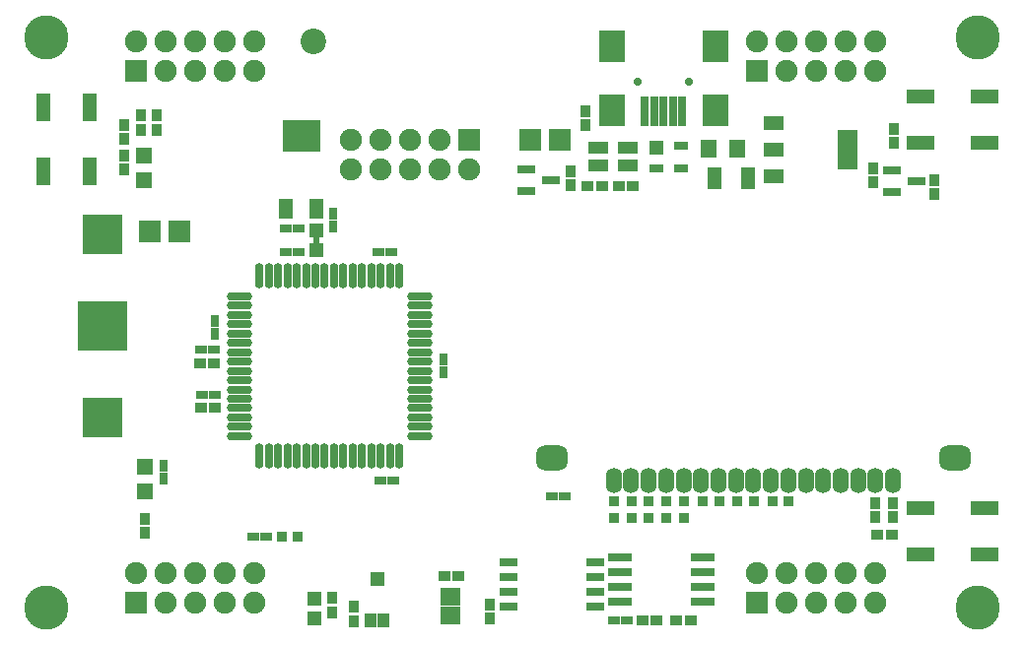
<source format=gts>
%FSLAX43Y43*%
%MOMM*%
G71*
G01*
G75*
G04 Layer_Color=8388736*
%ADD10R,0.762X0.762*%
%ADD11R,0.762X0.762*%
%ADD12R,1.200X1.200*%
%ADD13O,0.550X2.000*%
%ADD14O,2.000X0.550*%
%ADD15R,0.950X1.000*%
%ADD16R,3.200X3.200*%
%ADD17R,4.000X4.000*%
%ADD18R,1.500X0.800*%
%ADD19R,0.650X0.800*%
%ADD20R,0.600X0.900*%
%ADD21R,1.000X1.000*%
%ADD22R,0.800X1.000*%
%ADD23R,0.900X0.600*%
%ADD24R,0.700X0.700*%
%ADD25R,0.800X0.650*%
%ADD26R,1.300X0.600*%
%ADD27R,1.500X0.990*%
%ADD28R,1.500X3.280*%
%ADD29R,0.500X2.300*%
%ADD30R,2.000X2.500*%
%ADD31R,1.100X0.600*%
%ADD32R,1.100X1.000*%
%ADD33R,0.950X1.750*%
%ADD34R,1.000X1.600*%
%ADD35R,3.000X2.500*%
%ADD36R,1.950X0.600*%
%ADD37R,1.500X1.350*%
%ADD38R,1.150X1.350*%
%ADD39R,1.000X2.250*%
%ADD40R,1.300X0.450*%
%ADD41R,2.250X1.000*%
%ADD42C,0.175*%
%ADD43C,0.350*%
%ADD44C,0.400*%
%ADD45C,0.300*%
%ADD46C,0.229*%
%ADD47C,0.200*%
%ADD48R,0.300X0.900*%
%ADD49C,1.700*%
%ADD50R,1.700X1.700*%
%ADD51C,0.500*%
%ADD52C,3.600*%
%ADD53C,2.000*%
%ADD54O,1.200X2.000*%
G04:AMPARAMS|DCode=55|XSize=2.5mm|YSize=2mm|CornerRadius=0.7mm|HoleSize=0mm|Usage=FLASHONLY|Rotation=0.000|XOffset=0mm|YOffset=0mm|HoleType=Round|Shape=RoundedRectangle|*
%AMROUNDEDRECTD55*
21,1,2.500,0.600,0,0,0.0*
21,1,1.100,2.000,0,0,0.0*
1,1,1.400,0.550,-0.300*
1,1,1.400,-0.550,-0.300*
1,1,1.400,-0.550,0.300*
1,1,1.400,0.550,0.300*
%
%ADD55ROUNDEDRECTD55*%
%ADD56C,0.550*%
%ADD57C,0.500*%
%ADD58C,0.100*%
G04:AMPARAMS|DCode=59|XSize=2.524mm|YSize=2.524mm|CornerRadius=0mm|HoleSize=0mm|Usage=FLASHONLY|Rotation=0.000|XOffset=0mm|YOffset=0mm|HoleType=Round|Shape=Relief|Width=0.254mm|Gap=0.254mm|Entries=4|*
%AMTHD59*
7,0,0,2.524,2.016,0.254,45*
%
%ADD59THD59*%
%ADD60C,1.600*%
%ADD61C,1.500*%
G04:AMPARAMS|DCode=62|XSize=4.624mm|YSize=4.624mm|CornerRadius=0mm|HoleSize=0mm|Usage=FLASHONLY|Rotation=0.000|XOffset=0mm|YOffset=0mm|HoleType=Round|Shape=Relief|Width=0.254mm|Gap=0.254mm|Entries=4|*
%AMTHD62*
7,0,0,4.624,4.116,0.254,45*
%
%ADD62THD62*%
%ADD63C,2.600*%
%ADD64C,1.400*%
G04:AMPARAMS|DCode=65|XSize=2.424mm|YSize=2.424mm|CornerRadius=0mm|HoleSize=0mm|Usage=FLASHONLY|Rotation=0.000|XOffset=0mm|YOffset=0mm|HoleType=Round|Shape=Relief|Width=0.254mm|Gap=0.254mm|Entries=4|*
%AMTHD65*
7,0,0,2.424,1.916,0.254,45*
%
%ADD65THD65*%
%ADD66O,2.600X1.600*%
%ADD67C,0.850*%
%ADD68C,3.700*%
%AMTHOVALD69*
21,1,1.000,2.524,0,0,0.0*
1,1,2.524,-0.500,0.000*
1,1,2.524,0.500,0.000*
21,0,1.000,2.016,0,0,0.0*
1,0,2.016,-0.500,0.000*
1,0,2.016,0.500,0.000*
4,0,4,-0.410,-0.090,-1.303,-0.982,-1.482,-0.803,-0.590,0.090,-0.410,-0.090,0.0*
4,0,4,0.590,-0.090,1.482,0.803,1.303,0.982,0.410,0.090,0.590,-0.090,0.0*
4,0,4,-0.590,-0.090,-1.482,0.803,-1.303,0.982,-0.410,0.090,-0.590,-0.090,0.0*
4,0,4,0.410,-0.090,1.303,-0.982,1.482,-0.803,0.590,0.090,0.410,-0.090,0.0*
%
%ADD69THOVALD69*%

%ADD70R,1.000X0.950*%
%ADD71C,1.270*%
%ADD72R,0.900X0.300*%
%ADD73C,0.800*%
%ADD74C,0.254*%
%ADD75C,0.250*%
%ADD76C,0.150*%
%ADD77C,0.640*%
%ADD78C,0.125*%
%ADD79R,1.750X1.750*%
%ADD80R,1.700X1.700*%
%ADD81R,3.000X3.000*%
%ADD82R,0.510X0.500*%
%ADD83R,0.962X0.962*%
%ADD84R,0.962X0.962*%
%ADD85R,1.400X1.400*%
%ADD86O,0.750X2.200*%
%ADD87O,2.200X0.750*%
%ADD88R,1.150X1.200*%
%ADD89R,3.400X3.400*%
%ADD90R,4.200X4.200*%
%ADD91R,1.700X1.000*%
%ADD92R,0.850X1.000*%
%ADD93R,0.800X1.100*%
%ADD94R,1.200X1.200*%
%ADD95R,1.000X1.200*%
%ADD96R,1.100X0.800*%
%ADD97R,0.900X0.900*%
%ADD98R,1.000X0.850*%
%ADD99R,1.500X0.800*%
%ADD100R,1.700X1.190*%
%ADD101R,1.700X3.480*%
%ADD102R,0.700X2.500*%
%ADD103R,2.200X2.700*%
%ADD104R,1.300X0.800*%
%ADD105R,1.300X1.200*%
%ADD106R,1.150X1.950*%
%ADD107R,1.200X1.800*%
%ADD108R,3.200X2.700*%
%ADD109R,2.150X0.800*%
%ADD110R,1.700X1.550*%
%ADD111R,1.350X1.550*%
%ADD112R,1.200X2.450*%
%ADD113R,1.500X0.650*%
%ADD114R,2.450X1.200*%
%ADD115C,1.900*%
%ADD116R,1.900X1.900*%
%ADD117C,0.700*%
%ADD118C,3.800*%
%ADD119C,2.200*%
%ADD120O,1.400X2.200*%
G04:AMPARAMS|DCode=121|XSize=2.7mm|YSize=2.2mm|CornerRadius=0.8mm|HoleSize=0mm|Usage=FLASHONLY|Rotation=0.000|XOffset=0mm|YOffset=0mm|HoleType=Round|Shape=RoundedRectangle|*
%AMROUNDEDRECTD121*
21,1,2.700,0.600,0,0,0.0*
21,1,1.100,2.200,0,0,0.0*
1,1,1.600,0.550,-0.300*
1,1,1.600,-0.550,-0.300*
1,1,1.600,-0.550,0.300*
1,1,1.600,0.550,0.300*
%
%ADD121ROUNDEDRECTD121*%
D82*
X25705Y34100D02*
D03*
D83*
X64875Y11600D02*
D03*
X66272D02*
D03*
X60272D02*
D03*
X58875D02*
D03*
X61875D02*
D03*
X63272D02*
D03*
D84*
X57250Y10203D02*
D03*
Y11600D02*
D03*
X55750D02*
D03*
Y10203D02*
D03*
X54250D02*
D03*
Y11600D02*
D03*
X52750D02*
D03*
Y10203D02*
D03*
X51250Y10206D02*
D03*
Y11603D02*
D03*
D85*
X10930Y14600D02*
D03*
Y12500D02*
D03*
X10900Y41350D02*
D03*
Y39250D02*
D03*
D86*
X20800Y15500D02*
D03*
X21600D02*
D03*
X22400D02*
D03*
X23200D02*
D03*
X24000D02*
D03*
X24800D02*
D03*
X25600D02*
D03*
X26400D02*
D03*
X27200D02*
D03*
X28000D02*
D03*
X28800D02*
D03*
X29600D02*
D03*
X30400D02*
D03*
X31200D02*
D03*
X32000D02*
D03*
X32800D02*
D03*
X32800Y31000D02*
D03*
X32000D02*
D03*
X31200D02*
D03*
X30400D02*
D03*
X29600D02*
D03*
X28800D02*
D03*
X28000D02*
D03*
X27200D02*
D03*
X26400D02*
D03*
X25600D02*
D03*
X24800D02*
D03*
X24000D02*
D03*
X23200D02*
D03*
X22400D02*
D03*
X21600D02*
D03*
X20800D02*
D03*
D87*
X34550Y17250D02*
D03*
Y18050D02*
D03*
Y18850D02*
D03*
Y19650D02*
D03*
Y20450D02*
D03*
Y21250D02*
D03*
Y22050D02*
D03*
Y22850D02*
D03*
Y23650D02*
D03*
Y24450D02*
D03*
Y25250D02*
D03*
Y26050D02*
D03*
Y26850D02*
D03*
Y27650D02*
D03*
Y28450D02*
D03*
Y29250D02*
D03*
X19050Y29250D02*
D03*
Y28450D02*
D03*
Y27650D02*
D03*
Y26850D02*
D03*
Y26050D02*
D03*
Y25250D02*
D03*
Y24450D02*
D03*
Y23650D02*
D03*
Y22850D02*
D03*
Y22050D02*
D03*
Y21250D02*
D03*
Y20450D02*
D03*
Y19650D02*
D03*
Y18850D02*
D03*
Y18050D02*
D03*
Y17250D02*
D03*
D88*
X25700Y33250D02*
D03*
Y34950D02*
D03*
X25525Y1550D02*
D03*
Y3250D02*
D03*
D89*
X7300Y18800D02*
D03*
Y34600D02*
D03*
D90*
Y26700D02*
D03*
D91*
X52400Y40500D02*
D03*
X49900D02*
D03*
Y42000D02*
D03*
X52400D02*
D03*
D92*
X48800Y44000D02*
D03*
Y45200D02*
D03*
X9200Y44000D02*
D03*
Y42800D02*
D03*
X27037Y2107D02*
D03*
Y3307D02*
D03*
X28925Y1350D02*
D03*
Y2550D02*
D03*
X40617Y1583D02*
D03*
Y2783D02*
D03*
X78800Y38025D02*
D03*
Y39225D02*
D03*
X75225Y10275D02*
D03*
Y11475D02*
D03*
X73725Y10275D02*
D03*
Y11475D02*
D03*
X47500Y38800D02*
D03*
Y40000D02*
D03*
X10930Y8950D02*
D03*
Y10150D02*
D03*
X73535Y39050D02*
D03*
Y40250D02*
D03*
X9200Y40200D02*
D03*
Y41400D02*
D03*
X10600Y43600D02*
D03*
Y44800D02*
D03*
X12000Y43600D02*
D03*
Y44800D02*
D03*
X75300Y42425D02*
D03*
Y43625D02*
D03*
D93*
X27100Y35250D02*
D03*
Y36350D02*
D03*
X36600Y23800D02*
D03*
Y22700D02*
D03*
X17000Y26000D02*
D03*
Y27100D02*
D03*
X12600Y14650D02*
D03*
Y13550D02*
D03*
D94*
X30900Y4975D02*
D03*
D95*
X31450Y1425D02*
D03*
X30350D02*
D03*
D96*
X20250Y8600D02*
D03*
X21350D02*
D03*
X52367Y1433D02*
D03*
X51267D02*
D03*
X23050Y33050D02*
D03*
X24150D02*
D03*
X31050D02*
D03*
X32150D02*
D03*
X32250Y13450D02*
D03*
X31150D02*
D03*
X16950Y20750D02*
D03*
X15850D02*
D03*
X15750Y24700D02*
D03*
X16850D02*
D03*
X23050Y35100D02*
D03*
X24150D02*
D03*
X45925Y12025D02*
D03*
X47025D02*
D03*
D97*
X24100Y8600D02*
D03*
X22700D02*
D03*
D98*
X54917Y1383D02*
D03*
X53717D02*
D03*
X56617D02*
D03*
X57817D02*
D03*
X49000Y38700D02*
D03*
X50200D02*
D03*
X52900D02*
D03*
X51700D02*
D03*
X15800Y19650D02*
D03*
X17000D02*
D03*
X37875Y5225D02*
D03*
X36675D02*
D03*
X16900Y23500D02*
D03*
X15700D02*
D03*
X75100Y8800D02*
D03*
X73900D02*
D03*
D99*
X77225Y39150D02*
D03*
X75125Y38200D02*
D03*
Y40100D02*
D03*
X43700Y40200D02*
D03*
Y38300D02*
D03*
X45800Y39250D02*
D03*
D100*
X65000Y44180D02*
D03*
Y41890D02*
D03*
Y39600D02*
D03*
D101*
X71300Y41890D02*
D03*
D102*
X53900Y45150D02*
D03*
X54700D02*
D03*
X55500D02*
D03*
X56300D02*
D03*
X57100D02*
D03*
D103*
X51050Y45250D02*
D03*
X59950D02*
D03*
X51050Y50750D02*
D03*
X59950D02*
D03*
D104*
X57000Y42200D02*
D03*
Y40300D02*
D03*
X54900D02*
D03*
D105*
Y42000D02*
D03*
D106*
X59850Y39425D02*
D03*
X62800D02*
D03*
D107*
X23100Y36800D02*
D03*
X25700D02*
D03*
D108*
X24400Y43050D02*
D03*
D109*
X51742Y6838D02*
D03*
Y5568D02*
D03*
Y4298D02*
D03*
Y3027D02*
D03*
X58892Y6838D02*
D03*
Y5568D02*
D03*
Y4298D02*
D03*
Y3027D02*
D03*
D110*
X37175Y1800D02*
D03*
Y3450D02*
D03*
D111*
X61875Y41925D02*
D03*
X59375D02*
D03*
D112*
X6200Y40000D02*
D03*
Y45500D02*
D03*
X2200D02*
D03*
Y40000D02*
D03*
D113*
X49617Y6388D02*
D03*
Y5118D02*
D03*
Y3848D02*
D03*
Y2578D02*
D03*
X42217D02*
D03*
Y3848D02*
D03*
Y5118D02*
D03*
Y6388D02*
D03*
D114*
X77550Y7050D02*
D03*
X83050D02*
D03*
Y11050D02*
D03*
X77550D02*
D03*
Y42425D02*
D03*
X83050D02*
D03*
Y46425D02*
D03*
X77550D02*
D03*
D115*
X38780Y40155D02*
D03*
X36240D02*
D03*
Y42695D02*
D03*
X33700Y40155D02*
D03*
Y42695D02*
D03*
X31160Y40155D02*
D03*
Y42695D02*
D03*
X28620D02*
D03*
Y40155D02*
D03*
X10160Y51200D02*
D03*
X12700D02*
D03*
Y48660D02*
D03*
X15240Y51200D02*
D03*
Y48660D02*
D03*
X17780Y51200D02*
D03*
Y48660D02*
D03*
X20320Y51200D02*
D03*
Y48660D02*
D03*
X73660D02*
D03*
Y51200D02*
D03*
X71120Y48660D02*
D03*
Y51200D02*
D03*
X68580Y48660D02*
D03*
Y51200D02*
D03*
X66040Y48660D02*
D03*
Y51200D02*
D03*
X63500D02*
D03*
X20320Y2940D02*
D03*
Y5480D02*
D03*
X17780Y2940D02*
D03*
Y5480D02*
D03*
X15240Y2940D02*
D03*
Y5480D02*
D03*
X12700Y2940D02*
D03*
Y5480D02*
D03*
X10160D02*
D03*
X73660Y2940D02*
D03*
Y5480D02*
D03*
X71120Y2940D02*
D03*
Y5480D02*
D03*
X68580Y2940D02*
D03*
Y5480D02*
D03*
X66040Y2940D02*
D03*
Y5480D02*
D03*
X63500D02*
D03*
D116*
X38780Y42695D02*
D03*
X10160Y48660D02*
D03*
X63500D02*
D03*
X10160Y2940D02*
D03*
X63500D02*
D03*
X44030Y42700D02*
D03*
X46570D02*
D03*
X13900Y34800D02*
D03*
X11360D02*
D03*
D117*
X53300Y47750D02*
D03*
X57700D02*
D03*
D118*
X82500Y2500D02*
D03*
Y51500D02*
D03*
X2500D02*
D03*
Y2500D02*
D03*
D119*
X25400Y51200D02*
D03*
D120*
X75225Y13450D02*
D03*
X73725D02*
D03*
X72225D02*
D03*
X70725D02*
D03*
X69225D02*
D03*
X67725D02*
D03*
X66225D02*
D03*
X64725D02*
D03*
X63225D02*
D03*
X61725D02*
D03*
X60225D02*
D03*
X58725D02*
D03*
X57225D02*
D03*
X55725D02*
D03*
X54225D02*
D03*
X52725D02*
D03*
X51225D02*
D03*
D121*
X80525Y15400D02*
D03*
X45925D02*
D03*
M02*

</source>
